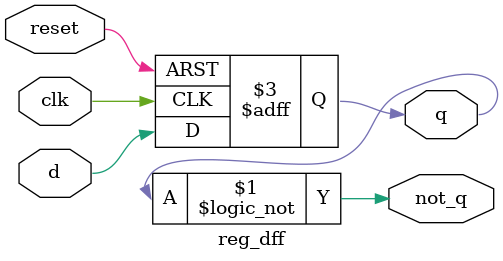
<source format=sv>
module reg_dff(
 input  clk, reset,
 input  d,
 output q, not_q
 );
 assign not_q = !q;
 always @(posedge clk, posedge reset)
 begin
 if (reset)
 q <= 1'b0;
 else
 q <= d;
end
endmodule
</source>
